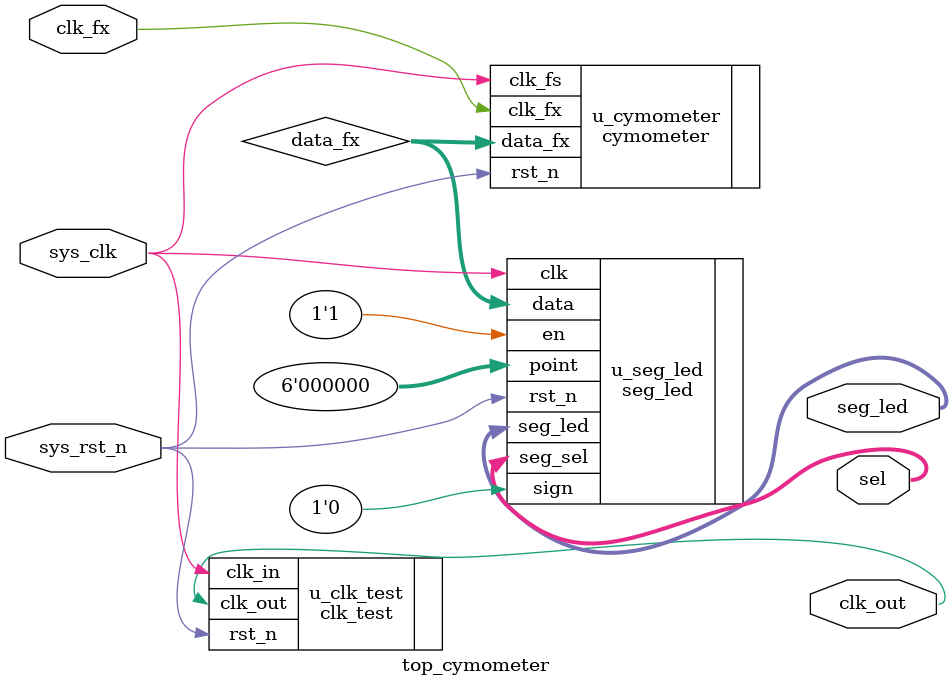
<source format=v>

module top_cymometer(
    //system clock
    input                  sys_clk  ,    // 时钟信号
    input                  sys_rst_n,    // 复位信号

    //cymometer interface
    input                  clk_fx   ,    // 被测时钟
    output                 clk_out  ,    // 输出时钟
    //user interface
    output          [5:0]  sel      ,    // 数码管位选
    output          [7:0]  seg_led       // 数码管段选
);

//parameter define
parameter    CLK_FS = 26'd50000000;      // 基准时钟频率值

//wire define
wire    [19:0]       data_fx;            // 被测信号测量值

//*****************************************************
//**                    main code
//*****************************************************

//例化等精度频率计模块
cymometer #(.CLK_FS(CLK_FS)              // 基准时钟频率值
) u_cymometer(
    //system clock
    .clk_fs      (sys_clk  ),            // 基准时钟信号
    .rst_n       (sys_rst_n),            // 复位信号
    //cymometer interface
    .clk_fx      (clk_fx   ),            // 被测时钟信号
    .data_fx     (data_fx  )             // 被测时钟频率输出
);
    
//例化测试时钟模块，产生测试时钟
clk_test #(.DIV_N(7'd100)                // 分频系数
) u_clk_test(
    //源时钟
    .clk_in      (sys_clk  ),            // 输入时钟
    .rst_n       (sys_rst_n),            // 复位信号
    //分频后的时钟
    .clk_out     (clk_out  )             // 测试时钟
);

//例化数码管显示模块
seg_led u_seg_led(
    //module clock
    .clk         (sys_clk  ),            // 数码管驱动模块的驱动时钟
    .rst_n       (sys_rst_n),            // 复位信号
    //seg_led interface
    .seg_sel     (sel      ),            // 数码管位选
    .seg_led     (seg_led  ),            // 数码管段选
    //user interface
    .data        (data_fx  ),            // 被测频率值
    .point       (6'd0     ),            // 数码管显示的点控制
    .en          (1'b1     ),            // 数码管驱动使能信号
    .sign        (1'b0     )             // 控制符号位显示
);

endmodule
</source>
